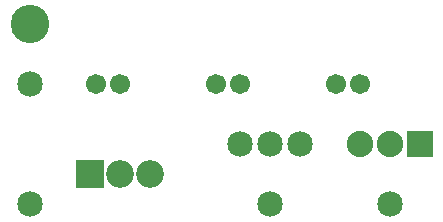
<source format=gts>
G04 MADE WITH FRITZING*
G04 WWW.FRITZING.ORG*
G04 DOUBLE SIDED*
G04 HOLES PLATED*
G04 CONTOUR ON CENTER OF CONTOUR VECTOR*
%ASAXBY*%
%FSLAX23Y23*%
%MOIN*%
%OFA0B0*%
%SFA1.0B1.0*%
%ADD10C,0.088000*%
%ADD11C,0.128110*%
%ADD12C,0.085000*%
%ADD13C,0.092000*%
%ADD14C,0.067000*%
%ADD15R,0.088000X0.088000*%
%ADD16R,0.092000X0.092000*%
%LNMASK1*%
G90*
G70*
G54D10*
X1440Y317D03*
X1340Y317D03*
X1240Y317D03*
G54D11*
X140Y717D03*
G54D12*
X140Y517D03*
X140Y117D03*
X840Y317D03*
X940Y317D03*
X1040Y317D03*
X940Y117D03*
X1340Y117D03*
G54D13*
X340Y217D03*
X440Y217D03*
X540Y217D03*
G54D14*
X1161Y517D03*
X1240Y517D03*
X1161Y517D03*
X1240Y517D03*
X761Y517D03*
X840Y517D03*
X761Y517D03*
X840Y517D03*
X361Y517D03*
X440Y517D03*
X361Y517D03*
X440Y517D03*
G54D15*
X1440Y317D03*
G54D16*
X340Y217D03*
G04 End of Mask1*
M02*
</source>
